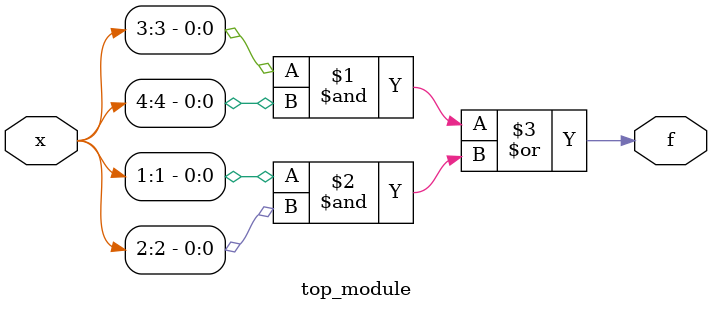
<source format=sv>
module top_module (
  input [4:1] x,
  output logic f
);

assign f = x[3] & x[4] | x[1] & x[2];

endmodule

</source>
